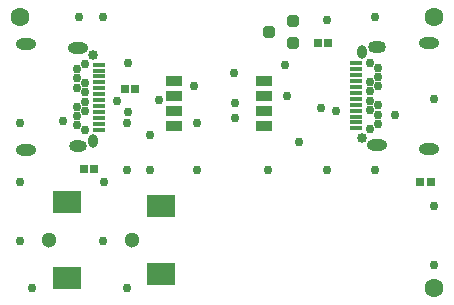
<source format=gts>
G04*
G04 #@! TF.GenerationSoftware,Altium Limited,CircuitMaker,2.3.0 (3)*
G04*
G04 Layer_Color=20142*
%FSLAX25Y25*%
%MOIN*%
G70*
G04*
G04 #@! TF.SameCoordinates,D5F01219-70E6-4597-8F9B-96EA77F89AD0*
G04*
G04*
G04 #@! TF.FilePolarity,Negative*
G04*
G01*
G75*
%ADD20R,0.04134X0.01772*%
%ADD21R,0.02953X0.03150*%
%ADD22R,0.05591X0.03583*%
%ADD23R,0.02953X0.02756*%
G04:AMPARAMS|DCode=24|XSize=37.4mil|YSize=41.34mil|CornerRadius=6.1mil|HoleSize=0mil|Usage=FLASHONLY|Rotation=270.000|XOffset=0mil|YOffset=0mil|HoleType=Round|Shape=RoundedRectangle|*
%AMROUNDEDRECTD24*
21,1,0.03740,0.02913,0,0,270.0*
21,1,0.02520,0.04134,0,0,270.0*
1,1,0.01221,-0.01457,-0.01260*
1,1,0.01221,-0.01457,0.01260*
1,1,0.01221,0.01457,0.01260*
1,1,0.01221,0.01457,-0.01260*
%
%ADD24ROUNDEDRECTD24*%
%ADD25C,0.06284*%
%ADD26C,0.02953*%
%ADD27O,0.06890X0.03740*%
%ADD28O,0.05905X0.04134*%
%ADD29C,0.03347*%
%ADD30O,0.03347X0.04528*%
%ADD31O,0.05905X0.03740*%
%ADD32C,0.05118*%
%ADD33R,0.09646X0.07677*%
D20*
X219685Y161181D02*
D03*
Y163150D02*
D03*
Y165118D02*
D03*
Y167087D02*
D03*
Y169055D02*
D03*
Y171024D02*
D03*
Y172992D02*
D03*
Y174961D02*
D03*
Y176929D02*
D03*
Y178898D02*
D03*
Y180866D02*
D03*
Y182835D02*
D03*
X134252Y182441D02*
D03*
Y180472D02*
D03*
Y178504D02*
D03*
Y176535D02*
D03*
Y174567D02*
D03*
Y172598D02*
D03*
Y170630D02*
D03*
Y168661D02*
D03*
Y166693D02*
D03*
Y164724D02*
D03*
Y162756D02*
D03*
Y160787D02*
D03*
D21*
X244783Y143307D02*
D03*
X241043D02*
D03*
D22*
X188961Y177000D02*
D03*
Y172000D02*
D03*
Y167000D02*
D03*
Y162000D02*
D03*
X159039D02*
D03*
Y167000D02*
D03*
Y172000D02*
D03*
Y177000D02*
D03*
D23*
X210531Y189567D02*
D03*
X207185D02*
D03*
X129035Y147638D02*
D03*
X132382D02*
D03*
X142815Y174409D02*
D03*
X146161D02*
D03*
D24*
X190945Y193307D02*
D03*
X198819Y197047D02*
D03*
Y189567D02*
D03*
D25*
X245669Y198425D02*
D03*
Y107874D02*
D03*
X107874Y198425D02*
D03*
D26*
X224449Y183031D02*
D03*
X227205Y181457D02*
D03*
Y178307D02*
D03*
X224449Y176732D02*
D03*
X227205Y175157D02*
D03*
X224449Y173583D02*
D03*
Y170433D02*
D03*
X227205Y168858D02*
D03*
X224449Y167283D02*
D03*
X227205Y165709D02*
D03*
Y162559D02*
D03*
X224449Y160984D02*
D03*
X129488Y160591D02*
D03*
X126732Y162165D02*
D03*
Y165315D02*
D03*
X129488Y166890D02*
D03*
X126732Y168465D02*
D03*
X129488Y170039D02*
D03*
Y173189D02*
D03*
X126732Y174764D02*
D03*
X129488Y176339D02*
D03*
X126732Y177913D02*
D03*
Y181063D02*
D03*
X129488Y182638D02*
D03*
X232677Y165748D02*
D03*
X122047Y163779D02*
D03*
X135827Y143307D02*
D03*
X140157Y170472D02*
D03*
X143701Y166693D02*
D03*
X208268Y168110D02*
D03*
X200787Y156693D02*
D03*
X179528Y164567D02*
D03*
X179134Y179528D02*
D03*
X179528Y169685D02*
D03*
X165748Y175197D02*
D03*
X135433Y123622D02*
D03*
X107874Y143307D02*
D03*
Y123622D02*
D03*
Y162992D02*
D03*
X166929D02*
D03*
X210236Y147244D02*
D03*
X225984D02*
D03*
X190551D02*
D03*
X166929D02*
D03*
X225984Y198425D02*
D03*
X245669Y170866D02*
D03*
Y135433D02*
D03*
Y115748D02*
D03*
X143307Y107874D02*
D03*
X111811D02*
D03*
X127559Y198425D02*
D03*
X135433D02*
D03*
X143307Y162992D02*
D03*
Y147244D02*
D03*
X196063Y182382D02*
D03*
X212992Y167087D02*
D03*
X151181Y159055D02*
D03*
Y147244D02*
D03*
X154035Y170571D02*
D03*
X143807Y182862D02*
D03*
X210236Y197244D02*
D03*
X196850Y172047D02*
D03*
D27*
X244094Y189685D02*
D03*
Y154331D02*
D03*
X226811Y155748D02*
D03*
X109843Y153937D02*
D03*
Y189291D02*
D03*
X127126Y187874D02*
D03*
D28*
X226811Y188268D02*
D03*
D29*
X221890Y157835D02*
D03*
X132047Y185787D02*
D03*
D30*
X221890Y186772D02*
D03*
X132047Y156850D02*
D03*
D31*
X127126Y155354D02*
D03*
D32*
X145079Y124016D02*
D03*
X117520D02*
D03*
D33*
X154921Y112598D02*
D03*
X123425Y111417D02*
D03*
X154921Y135433D02*
D03*
X123425Y136614D02*
D03*
M02*

</source>
